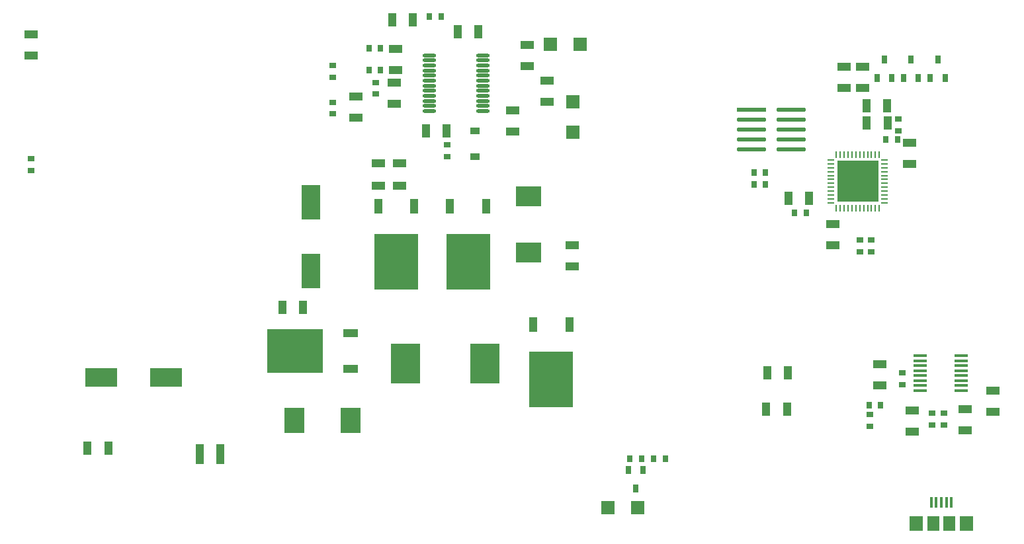
<source format=gtp>
G04 Layer_Color=8421504*
%FSLAX25Y25*%
%MOIN*%
G70*
G01*
G75*
%ADD10R,0.01575X0.05315*%
%ADD11R,0.05905X0.07480*%
%ADD12R,0.07087X0.07480*%
%ADD13R,0.20866X0.20866*%
%ADD14R,0.01024X0.03386*%
%ADD15R,0.03386X0.01024*%
%ADD16O,0.07000X0.01500*%
%ADD17R,0.07000X0.01500*%
%ADD18R,0.04803X0.03583*%
%ADD19R,0.15000X0.02000*%
%ADD20O,0.15000X0.02000*%
%ADD21R,0.09252X0.17520*%
%ADD22R,0.04134X0.07677*%
%ADD23R,0.22047X0.27953*%
%ADD24R,0.07677X0.04134*%
%ADD25R,0.27953X0.22047*%
%ADD26R,0.03150X0.03937*%
%ADD27O,0.07087X0.01772*%
%ADD28R,0.16339X0.09252*%
%ADD29R,0.14567X0.20472*%
%ADD30R,0.12598X0.10236*%
%ADD31R,0.10236X0.12598*%
%ADD32R,0.06516X0.06575*%
%ADD33R,0.06575X0.06516*%
%ADD34R,0.06693X0.04134*%
%ADD35R,0.02756X0.03543*%
%ADD36R,0.06693X0.04331*%
%ADD37R,0.03543X0.02756*%
%ADD38R,0.04331X0.06693*%
%ADD39R,0.04331X0.10236*%
G36*
X652350Y344563D02*
X644991D01*
Y351941D01*
X652350D01*
Y344563D01*
D02*
G37*
G36*
X641917Y344559D02*
X634535D01*
Y351941D01*
X641917D01*
Y344559D01*
D02*
G37*
G36*
Y355016D02*
X634533D01*
Y362374D01*
X641917D01*
Y355016D01*
D02*
G37*
G36*
X652350Y355014D02*
Y355014D01*
X644990D01*
Y362374D01*
X652350D01*
Y355014D01*
D02*
G37*
D10*
X690677Y191500D02*
D03*
X688118D02*
D03*
X685559D02*
D03*
X683000D02*
D03*
X680441D02*
D03*
D11*
X689496Y180870D02*
D03*
X681622D02*
D03*
D12*
X672961D02*
D03*
X698158D02*
D03*
D13*
X643453Y353476D02*
D03*
D14*
X632626Y367000D02*
D03*
X634594D02*
D03*
X636563D02*
D03*
X638531D02*
D03*
X640500D02*
D03*
X642469D02*
D03*
X644437D02*
D03*
X646406D02*
D03*
X648374D02*
D03*
X650343D02*
D03*
X652311D02*
D03*
X654280D02*
D03*
Y339953D02*
D03*
X652311D02*
D03*
X650343D02*
D03*
X648374D02*
D03*
X646406D02*
D03*
X644437D02*
D03*
X642469D02*
D03*
X640500D02*
D03*
X638531D02*
D03*
X636563D02*
D03*
X634594D02*
D03*
X632626D02*
D03*
D15*
X656976Y364303D02*
D03*
Y362335D02*
D03*
Y360366D02*
D03*
Y358398D02*
D03*
Y356429D02*
D03*
Y354461D02*
D03*
Y352492D02*
D03*
Y350524D02*
D03*
Y348555D02*
D03*
Y346587D02*
D03*
Y344618D02*
D03*
Y342650D02*
D03*
X629929D02*
D03*
Y344618D02*
D03*
Y346587D02*
D03*
Y348555D02*
D03*
Y350524D02*
D03*
Y352492D02*
D03*
Y354461D02*
D03*
Y356429D02*
D03*
Y358398D02*
D03*
Y360366D02*
D03*
Y362335D02*
D03*
Y364303D02*
D03*
D16*
X675000Y265500D02*
D03*
Y263000D02*
D03*
Y260500D02*
D03*
Y258000D02*
D03*
Y255500D02*
D03*
Y253000D02*
D03*
Y250500D02*
D03*
Y248000D02*
D03*
X695500Y265500D02*
D03*
Y263000D02*
D03*
Y260500D02*
D03*
Y258000D02*
D03*
Y255500D02*
D03*
Y253000D02*
D03*
Y250500D02*
D03*
D17*
Y248000D02*
D03*
D18*
X450500Y366028D02*
D03*
Y378902D02*
D03*
D19*
X590000Y389500D02*
D03*
D20*
Y384500D02*
D03*
Y379500D02*
D03*
Y374500D02*
D03*
Y369500D02*
D03*
X610000Y389500D02*
D03*
Y384500D02*
D03*
Y379500D02*
D03*
Y374500D02*
D03*
Y369500D02*
D03*
D21*
X368000Y342787D02*
D03*
Y308142D02*
D03*
D22*
X498016Y281417D02*
D03*
X479984D02*
D03*
X456032Y340965D02*
D03*
X438000D02*
D03*
X420000D02*
D03*
X401968D02*
D03*
D23*
X489000Y253465D02*
D03*
X447016Y313012D02*
D03*
X410984D02*
D03*
D24*
X387898Y258949D02*
D03*
Y276980D02*
D03*
D25*
X359945Y267965D02*
D03*
D26*
X531500Y198500D02*
D03*
X527760Y207949D02*
D03*
X535240D02*
D03*
X656760Y414949D02*
D03*
X660500Y405500D02*
D03*
X653020D02*
D03*
X670240Y414949D02*
D03*
X673980Y405500D02*
D03*
X666500D02*
D03*
X683740Y414949D02*
D03*
X687480Y405500D02*
D03*
X680000D02*
D03*
D27*
X427614Y417039D02*
D03*
Y414480D02*
D03*
Y411921D02*
D03*
Y409362D02*
D03*
Y406803D02*
D03*
Y404244D02*
D03*
Y401685D02*
D03*
Y399126D02*
D03*
Y396567D02*
D03*
Y394008D02*
D03*
Y391449D02*
D03*
Y388890D02*
D03*
X454386Y417039D02*
D03*
Y414480D02*
D03*
Y411921D02*
D03*
Y409362D02*
D03*
Y406803D02*
D03*
Y404244D02*
D03*
Y401685D02*
D03*
Y399126D02*
D03*
Y396567D02*
D03*
Y394008D02*
D03*
Y391449D02*
D03*
Y388890D02*
D03*
D28*
X262161Y254500D02*
D03*
X294839D02*
D03*
D29*
X415618Y261465D02*
D03*
X455382D02*
D03*
D30*
X477500Y317618D02*
D03*
Y345965D02*
D03*
D31*
X359500Y232965D02*
D03*
X387846D02*
D03*
D32*
X532500Y189000D02*
D03*
X517421D02*
D03*
X503500Y422465D02*
D03*
X488421D02*
D03*
D33*
X500000Y393465D02*
D03*
Y378386D02*
D03*
D34*
X412500Y362575D02*
D03*
Y351354D02*
D03*
X402000Y362575D02*
D03*
Y351354D02*
D03*
D35*
X657500Y374500D02*
D03*
X663406D02*
D03*
X427547Y436465D02*
D03*
X433453D02*
D03*
X397047Y409465D02*
D03*
X402953D02*
D03*
X397047Y420465D02*
D03*
X402953D02*
D03*
X597000Y358000D02*
D03*
X591094D02*
D03*
X617453Y337500D02*
D03*
X611547D02*
D03*
X597000Y352000D02*
D03*
X591094D02*
D03*
X649047Y240500D02*
D03*
X654953D02*
D03*
X540547Y213500D02*
D03*
X546453D02*
D03*
X528547D02*
D03*
X534453D02*
D03*
D36*
X631000Y331815D02*
D03*
Y321185D02*
D03*
X711500Y247815D02*
D03*
Y237185D02*
D03*
X697500Y227870D02*
D03*
Y238500D02*
D03*
X671000Y227370D02*
D03*
Y238000D02*
D03*
X410000Y403279D02*
D03*
Y392650D02*
D03*
X477000Y422280D02*
D03*
Y411650D02*
D03*
X226815Y416870D02*
D03*
Y427500D02*
D03*
X487000Y393650D02*
D03*
Y404280D02*
D03*
X469500Y389280D02*
D03*
Y378650D02*
D03*
X410500Y409650D02*
D03*
Y420280D02*
D03*
X390500Y385650D02*
D03*
Y396280D02*
D03*
X499500Y321280D02*
D03*
Y310650D02*
D03*
X654500Y250685D02*
D03*
Y261315D02*
D03*
X669500Y373000D02*
D03*
Y362370D02*
D03*
X646000Y400685D02*
D03*
Y411315D02*
D03*
X636500D02*
D03*
Y400685D02*
D03*
D37*
X681000Y230594D02*
D03*
X687000D02*
D03*
X681000Y236500D02*
D03*
X687000D02*
D03*
X436500Y366012D02*
D03*
Y371917D02*
D03*
X226953Y365000D02*
D03*
Y359095D02*
D03*
X400500Y403417D02*
D03*
Y397512D02*
D03*
X379000Y387512D02*
D03*
Y393417D02*
D03*
Y406012D02*
D03*
Y411917D02*
D03*
X644500Y318047D02*
D03*
Y323953D02*
D03*
X649500Y235953D02*
D03*
Y230047D02*
D03*
X650106Y318047D02*
D03*
Y323953D02*
D03*
X664000Y384953D02*
D03*
Y379047D02*
D03*
X666000Y256953D02*
D03*
Y251047D02*
D03*
D38*
X425685Y378965D02*
D03*
X436315D02*
D03*
X255185Y219000D02*
D03*
X265815D02*
D03*
X441685Y428965D02*
D03*
X452315D02*
D03*
X408685Y434965D02*
D03*
X419315D02*
D03*
X364000Y289965D02*
D03*
X353370D02*
D03*
X607815Y238500D02*
D03*
X597185D02*
D03*
X608315Y257000D02*
D03*
X597685D02*
D03*
X658315Y391500D02*
D03*
X647685D02*
D03*
X658500Y383000D02*
D03*
X647870D02*
D03*
X608370Y345000D02*
D03*
X619000D02*
D03*
D39*
X311685Y216000D02*
D03*
X322315D02*
D03*
M02*

</source>
